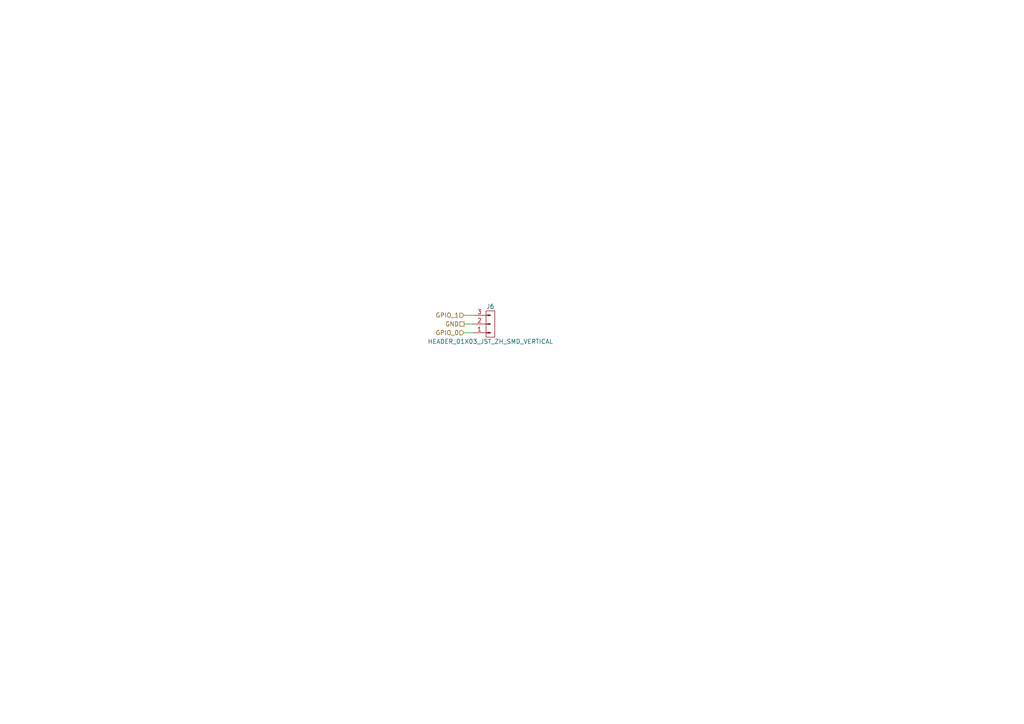
<source format=kicad_sch>
(kicad_sch (version 20211123) (generator eeschema)
  (paper "A4")
  (title_block (title "biym-board-gpio") (date "2022-11-17") (rev "1.0") (company "Peter Polidoro"))
  (lib_symbols
    (symbol "Janelia:HEADER_01X03_JST_ZH_SMD_VERTICAL" (pin_names (offset 1.016) hide)
      (property "Reference" "J" (at 0 5.08 0))
      (property "Value" "HEADER_01X03_JST_ZH_SMD_VERTICAL" (at 0 -5.08 0))
      (symbol "HEADER_01X03_JST_ZH_SMD_VERTICAL_0_1"
        (rectangle (start -1.27 3.81) (end 1.27 -3.81))
      )
      (symbol "HEADER_01X03_JST_ZH_SMD_VERTICAL_1_1"
        (polyline (pts (xy 1.27 -2.54) (xy 0.8636 -2.54)) (stroke (width 0.1524)))
        (polyline (pts (xy 1.27 0) (xy 0.8636 0)) (stroke (width 0.1524)))
        (polyline (pts (xy 1.27 2.54) (xy 0.8636 2.54)) (stroke (width 0.1524)))
        (rectangle (start 0.8636 -2.413) (end 0 -2.667) (stroke (width 0.1524)) (fill (type outline)))
        (rectangle (start 0.8636 0.127) (end 0 -0.127) (stroke (width 0.1524)) (fill (type outline)))
        (rectangle (start 0.8636 2.667) (end 0 2.413) (stroke (width 0.1524)) (fill (type outline)))
        (pin passive line (at 5.08 2.54 180) (length 3.81) (name "Pin_1") (number "1"))
        (pin passive line (at 5.08 0 180) (length 3.81) (name "Pin_2") (number "2"))
        (pin passive line (at 5.08 -2.54 180) (length 3.81) (name "Pin_3") (number "3"))
      )
    )
  )
  (wire (pts (xy 134.62 93.98) (xy 137.16 93.98)))
  (wire (pts (xy 134.62 96.52) (xy 137.16 96.52)))
  (wire (pts (xy 134.62 91.44) (xy 137.16 91.44)))
  (hierarchical_label "GPIO_0" (shape input) (at 134.62 96.52 180))
  (hierarchical_label "GND" (shape passive) (at 134.62 93.98 180))
  (hierarchical_label "GPIO_1" (shape input) (at 134.62 91.44 180))
  (symbol (lib_id "Janelia:HEADER_01X03_JST_ZH_SMD_VERTICAL") (at 142.24 93.98 180) (unit 1)
    (property "Reference" "J6" (at 142.24 88.9 0))
    (property "Value" "HEADER_01X03_JST_ZH_SMD_VERTICAL" (at 142.24 99.06 0))
    (property "Footprint" "Janelia:JST_ZH_B3B_ZR_SM4_TF_1x03-1MP_P1.50mm_Vertical" (effects hide))
    (property "Description" "CONN HEADER SMD 3POS 1.5MM" (effects hide))
    (property "Manufacturer" "JST Sales America Inc." (effects hide))
    (property "Manufacturer Part Number" "B3B-ZR-SM4-TF(LF)(SN)" (effects hide))
    (property "Vendor" "Digi-Key" (effects hide))
    (property "Vendor Part Number" "B3B-ZR-SM4-TF(LF)(SN)" (effects hide))
  )
)
</source>
